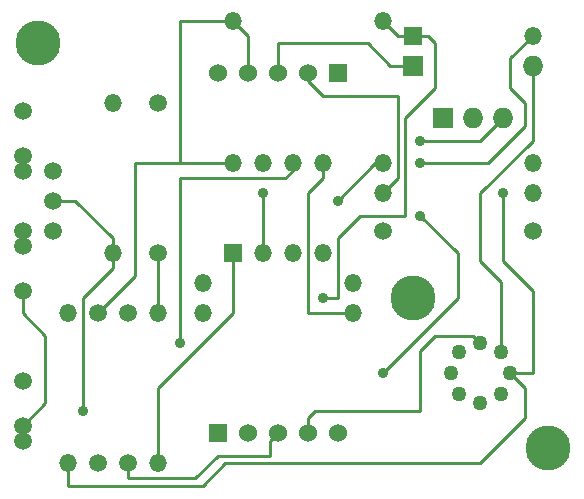
<source format=gtl>
G04 (created by PCBNEW (22-Jun-2014 BZR 4027)-stable) date Sun 17 Dec 2017 02:55:52 AM CST*
%MOIN*%
G04 Gerber Fmt 3.4, Leading zero omitted, Abs format*
%FSLAX34Y34*%
G01*
G70*
G90*
G04 APERTURE LIST*
%ADD10C,0.00590551*%
%ADD11C,0.05*%
%ADD12R,0.069X0.069*%
%ADD13O,0.069X0.069*%
%ADD14C,0.059*%
%ADD15R,0.059X0.059*%
%ADD16O,0.059X0.059*%
%ADD17R,0.06X0.06*%
%ADD18C,0.06*%
%ADD19C,0.15*%
%ADD20C,0.035*%
%ADD21C,0.01*%
G04 APERTURE END LIST*
G54D10*
G54D11*
X87542Y-58542D03*
X88957Y-58542D03*
X89239Y-59250D03*
X88250Y-58260D03*
X88957Y-59957D03*
X88250Y-60239D03*
X87542Y-59957D03*
X87260Y-59250D03*
G54D12*
X87000Y-50750D03*
G54D13*
X88000Y-50750D03*
X89000Y-50750D03*
G54D14*
X73000Y-52500D03*
X73000Y-50500D03*
X73000Y-52000D03*
X73000Y-54500D03*
X73000Y-56500D03*
X73000Y-55000D03*
X73000Y-61500D03*
X73000Y-59500D03*
X73000Y-61000D03*
G54D15*
X80000Y-55250D03*
G54D16*
X81000Y-55250D03*
X82000Y-55250D03*
X83000Y-55250D03*
X83000Y-52250D03*
X82000Y-52250D03*
X80000Y-52250D03*
X81000Y-52250D03*
G54D17*
X79500Y-61250D03*
G54D18*
X80500Y-61250D03*
X81500Y-61250D03*
X82500Y-61250D03*
X83500Y-61250D03*
G54D17*
X83500Y-49250D03*
G54D18*
X82500Y-49250D03*
X81500Y-49250D03*
X80500Y-49250D03*
X79500Y-49250D03*
G54D15*
X86000Y-48000D03*
G54D16*
X90000Y-48000D03*
G54D12*
X86000Y-49000D03*
G54D13*
X90000Y-49000D03*
G54D16*
X85000Y-52250D03*
X90000Y-52250D03*
X85000Y-53250D03*
X90000Y-53250D03*
G54D14*
X90000Y-54500D03*
X85000Y-54500D03*
G54D16*
X84000Y-56250D03*
X79000Y-56250D03*
X84000Y-57250D03*
X79000Y-57250D03*
X85000Y-47500D03*
X80000Y-47500D03*
G54D14*
X77500Y-50250D03*
X77500Y-55250D03*
G54D16*
X76000Y-55250D03*
X76000Y-50250D03*
X77500Y-57250D03*
X77500Y-62250D03*
G54D14*
X76500Y-57250D03*
X76500Y-62250D03*
X75500Y-57250D03*
X75500Y-62250D03*
G54D16*
X74500Y-62250D03*
X74500Y-57250D03*
G54D14*
X74000Y-52500D03*
X74000Y-54500D03*
X74000Y-53500D03*
G54D19*
X73500Y-48250D03*
X86000Y-56750D03*
X90500Y-61750D03*
G54D20*
X83000Y-56750D03*
X75000Y-60500D03*
X86250Y-51500D03*
X89000Y-53250D03*
X83500Y-53500D03*
X81000Y-53250D03*
X78250Y-58250D03*
X85000Y-59250D03*
X86250Y-54000D03*
X86250Y-52250D03*
G54D21*
X80500Y-49250D02*
X80500Y-48000D01*
X80500Y-48000D02*
X80000Y-47500D01*
X78250Y-52250D02*
X76750Y-52250D01*
X76750Y-56000D02*
X75500Y-57250D01*
X76750Y-52250D02*
X76750Y-56000D01*
X80000Y-47500D02*
X78250Y-47500D01*
X78250Y-52250D02*
X80000Y-52250D01*
X78250Y-47500D02*
X78250Y-52250D01*
X86000Y-48000D02*
X86500Y-48000D01*
X83500Y-56750D02*
X83000Y-56750D01*
X83500Y-54750D02*
X83500Y-56750D01*
X84250Y-54000D02*
X83500Y-54750D01*
X85750Y-54000D02*
X84250Y-54000D01*
X85750Y-50750D02*
X85750Y-54000D01*
X86750Y-49750D02*
X85750Y-50750D01*
X86750Y-48250D02*
X86750Y-49750D01*
X86500Y-48000D02*
X86750Y-48250D01*
X82500Y-61250D02*
X82500Y-60750D01*
X88250Y-58250D02*
X88250Y-58260D01*
X88000Y-58000D02*
X88250Y-58250D01*
X86750Y-58000D02*
X88000Y-58000D01*
X86250Y-58500D02*
X86750Y-58000D01*
X86250Y-60500D02*
X86250Y-58500D01*
X82750Y-60500D02*
X86250Y-60500D01*
X82500Y-60750D02*
X82750Y-60500D01*
X86000Y-48000D02*
X85500Y-48000D01*
X85500Y-48000D02*
X85000Y-47500D01*
X85000Y-53250D02*
X85500Y-52750D01*
X82500Y-49500D02*
X82500Y-49250D01*
X83000Y-50000D02*
X82500Y-49500D01*
X85500Y-50000D02*
X83000Y-50000D01*
X85500Y-52750D02*
X85500Y-50000D01*
X86000Y-49000D02*
X85250Y-49000D01*
X81500Y-48250D02*
X81500Y-49250D01*
X84500Y-48250D02*
X81500Y-48250D01*
X85250Y-49000D02*
X84500Y-48250D01*
X76000Y-55250D02*
X76000Y-54750D01*
X74750Y-53500D02*
X74000Y-53500D01*
X76000Y-54750D02*
X74750Y-53500D01*
X76000Y-55750D02*
X76000Y-55250D01*
X75000Y-56750D02*
X76000Y-55750D01*
X75000Y-60500D02*
X75000Y-56750D01*
X73000Y-56500D02*
X73000Y-57250D01*
X73750Y-60250D02*
X73000Y-61000D01*
X73750Y-58000D02*
X73750Y-60250D01*
X73000Y-57250D02*
X73750Y-58000D01*
X76500Y-62250D02*
X76500Y-62750D01*
X81250Y-61500D02*
X81500Y-61250D01*
X81250Y-62000D02*
X81250Y-61500D01*
X79500Y-62000D02*
X81250Y-62000D01*
X78750Y-62750D02*
X79500Y-62000D01*
X76500Y-62750D02*
X78750Y-62750D01*
X89000Y-50750D02*
X88250Y-51500D01*
X88250Y-51500D02*
X86250Y-51500D01*
X74500Y-62250D02*
X74500Y-63000D01*
X89750Y-59760D02*
X89239Y-59250D01*
X89750Y-60750D02*
X89750Y-59760D01*
X88250Y-62250D02*
X89750Y-60750D01*
X79750Y-62250D02*
X88250Y-62250D01*
X79000Y-63000D02*
X79750Y-62250D01*
X74500Y-63000D02*
X79000Y-63000D01*
X90000Y-59250D02*
X89239Y-59250D01*
X90000Y-56500D02*
X90000Y-59250D01*
X89000Y-55500D02*
X90000Y-56500D01*
X89000Y-53250D02*
X89000Y-55500D01*
X80000Y-55250D02*
X80000Y-57250D01*
X77500Y-59750D02*
X77500Y-62250D01*
X80000Y-57250D02*
X77500Y-59750D01*
X84750Y-52250D02*
X85000Y-52250D01*
X83500Y-53500D02*
X84750Y-52250D01*
X81000Y-53250D02*
X81000Y-55250D01*
X77500Y-55250D02*
X77500Y-57250D01*
X90000Y-49000D02*
X90000Y-51500D01*
X88957Y-56207D02*
X88957Y-58542D01*
X88250Y-55500D02*
X88957Y-56207D01*
X88250Y-53250D02*
X88250Y-55500D01*
X90000Y-51500D02*
X88250Y-53250D01*
X82000Y-52250D02*
X82000Y-52500D01*
X81750Y-52750D02*
X82000Y-52500D01*
X78250Y-52750D02*
X81750Y-52750D01*
X78250Y-52750D02*
X78250Y-58250D01*
X84000Y-57250D02*
X82500Y-57250D01*
X83000Y-52750D02*
X83000Y-52250D01*
X82500Y-53250D02*
X83000Y-52750D01*
X82500Y-57250D02*
X82500Y-53250D01*
X87500Y-56750D02*
X85000Y-59250D01*
X87500Y-55250D02*
X87500Y-56750D01*
X86250Y-54000D02*
X87500Y-55250D01*
X89250Y-48750D02*
X90000Y-48000D01*
X89250Y-49750D02*
X89250Y-48750D01*
X89750Y-50250D02*
X89250Y-49750D01*
X89750Y-51000D02*
X89750Y-50250D01*
X88500Y-52250D02*
X89750Y-51000D01*
X86250Y-52250D02*
X88500Y-52250D01*
M02*

</source>
